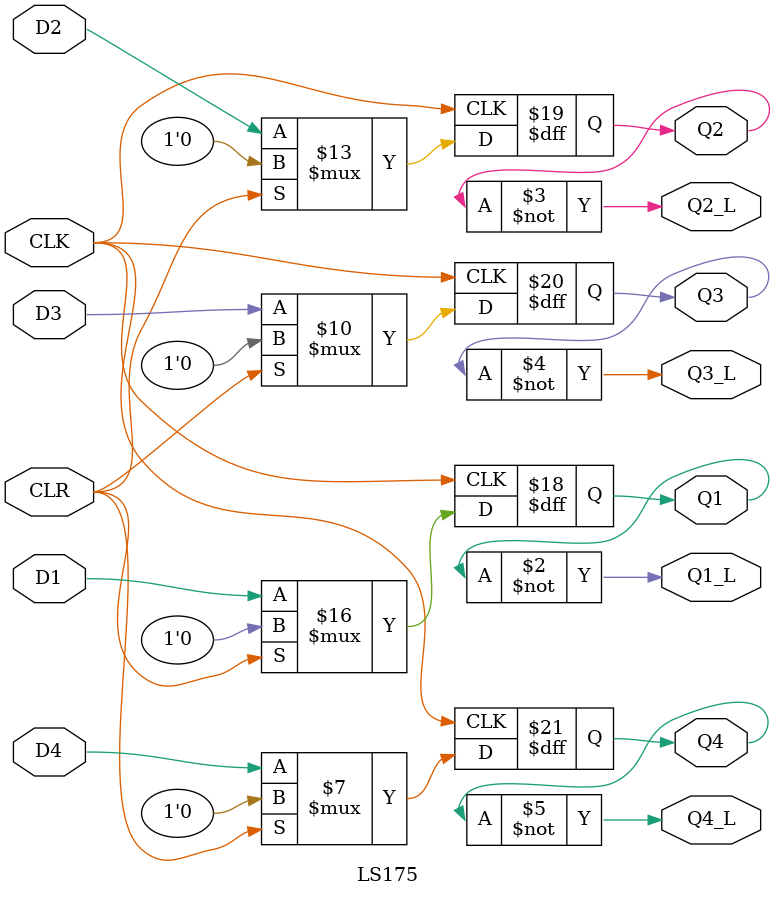
<source format=v>
`timescale 1ns / 1ps
module LS175(
        input wire CLK,
        input wire CLR,
        input wire D1,
        input wire D2,
        input wire D3,
        input wire D4,
        output reg Q1,
        output wire Q1_L,
        output reg Q2,
        output wire Q2_L,
        output reg Q3,
        output wire Q3_L,
        output reg Q4,
        output wire Q4_L
    );

	always @(posedge CLK) begin
		if (CLR) begin
			Q1 <= 0;
			Q2 <= 0;
			Q3 <= 0;
			Q4 <= 0;
		end else begin
			Q1 <= D1;
			Q2 <= D2;
			Q3 <= D3;
			Q4 <= D4;
		end
	end
	
	assign Q1_L = ~Q1;	
	assign Q2_L = ~Q2;
	assign Q3_L = ~Q3;
	assign Q4_L = ~Q4;
	
endmodule

</source>
